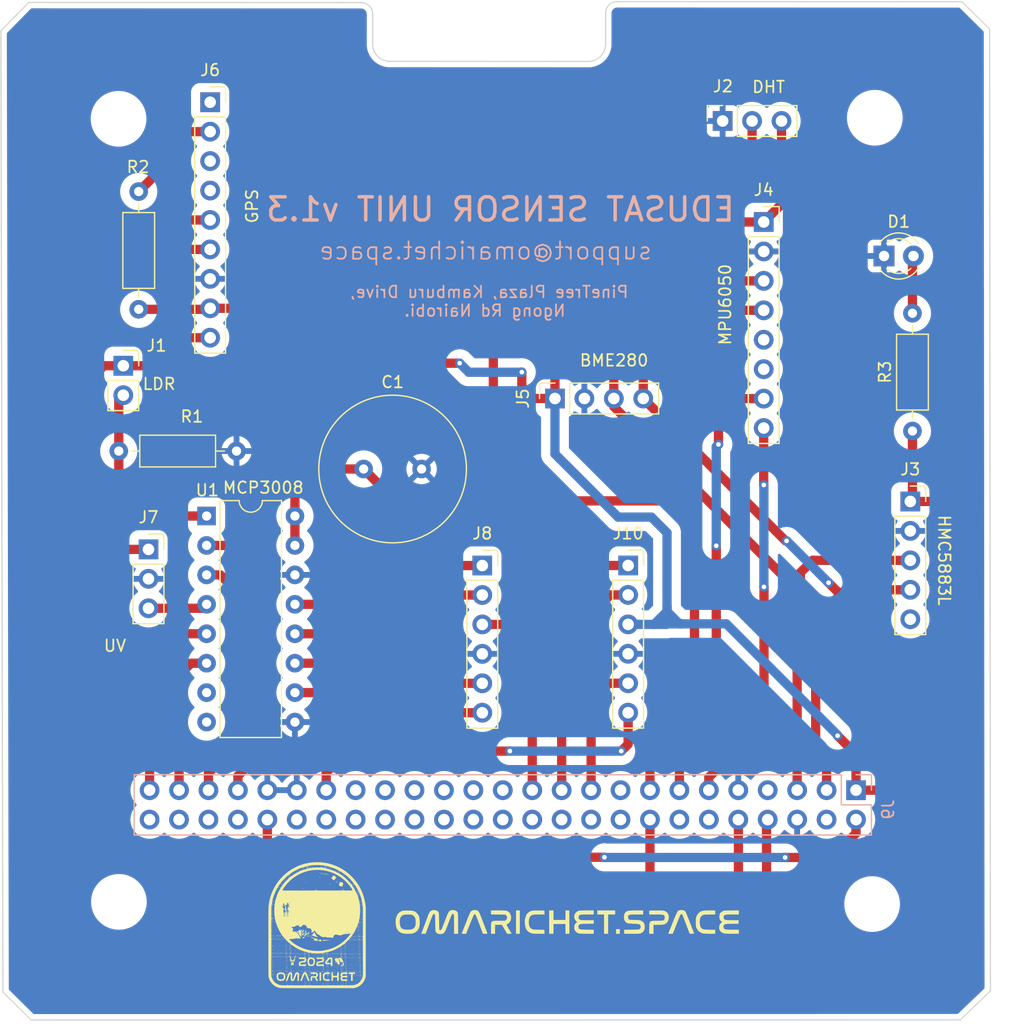
<source format=kicad_pcb>
(kicad_pcb (version 20211014) (generator pcbnew)
  (layers (0 "F.Cu" signal) (31 "B.Cu" power) (34 "B.Paste" user) (35 "F.Paste" user) (36 "B.SilkS" user "B.Silkscreen") (37 "F.SilkS" user "F.Silkscreen") (38 "B.Mask" user) (39 "F.Mask" user) (44 "Edge.Cuts" user))
  (net 0 "")
  (net 1 "+5V")
  (net 2 "GND")
  (net 3 "CH0")
  (net 4 "DHTOUT")
  (net 5 "+3.3V")
  (net 6 "SCL")
  (net 7 "SDA")
  (net 11 "ADO")
  (net 12 "INT")
  (net 16 "TX")
  (net 17 "RX")
  (net 18 "PPS")
  (net 19 "CH3")
  (net 20 "CLK")
  (net 21 "MISO")
  (net 22 "MOSI")
  (net 23 "CS")
  (net 30 "RXO1_MOSI")
  (net 32 "RXO_MISO")
  (net 34 "TXI_CLK")
  (net 48 "TXI1_CS")
  (net 51 "CH1")
  (net 53 "CH2")
  (net 59 "/EN")
  (net 60 "Net-(D1-Pad2)")
  (net 61 "CH4")
  (net 62 "CH5")
  (footprint "LED_THT:LED_D3.0mm" (layer "F.Cu") (at 162.005 83.5)
    (fp_text reference "D1" (at 1.27 -2.96) (layer "F.SilkS"))
    (fp_text value "LED")
    (pad "1" thru_hole rect (at 0 0) (size 1.8 1.8) (drill 0.9) (layers *.Cu *.Mask) (net 2 "GND"))
    (pad "2" thru_hole circle (at 2.54 0) (size 1.8 1.8) (drill 0.9) (layers *.Cu *.Mask) (net 60 "Net-(D1-Pad2)"))
  )
  (footprint "Resistor_THT:R_Axial_DIN0207_L6.3mm_D2.5mm_P10.16mm_Horizontal" (layer "F.Cu") (at 97.69 77.94 -90)
    (fp_text reference "R2" (at -2.12 0.06 180) (layer "F.SilkS"))
    (fp_text value "10K")
    (pad "1" thru_hole circle (at 0 0 270) (size 1.6 1.6) (drill 0.8) (layers *.Cu *.Mask) (net 59 "/EN"))
    (pad "2" thru_hole oval (at 10.16 0 270) (size 1.6 1.6) (drill 0.8) (layers *.Cu *.Mask) (net 5 "+3.3V"))
  )
  (footprint "MountingHole:MountingHole_3.2mm_M3" (layer "F.Cu") (at 95.95 71.66)
    (fp_text reference "H2" hide)
    (fp_text value "MountingHole")
    (pad "" np_thru_hole circle (at 0 0) (size 3.2 3.2) (drill 3.2) (layers *.Cu *.Mask))
  )
  (footprint "LOGO" (layer "F.Cu") (at 112.683752 141.510347)
    (fp_text reference "G***" hide)
    (fp_text value "LOGO" hide)
  )
  (footprint "Package_DIP:DIP-16_W7.62mm" (layer "F.Cu") (at 103.55 105.935)
    (fp_text reference "U1" (at 0.06 -2.225) (layer "F.SilkS"))
    (fp_text value "MCP3008")
    (pad "1" thru_hole rect (at 0 0) (size 1.6 1.6) (drill 0.8) (layers *.Cu *.Mask) (net 3 "CH0"))
    (pad "2" thru_hole oval (at 0 2.54) (size 1.6 1.6) (drill 0.8) (layers *.Cu *.Mask) (net 51 "CH1"))
    (pad "3" thru_hole oval (at 0 5.08) (size 1.6 1.6) (drill 0.8) (layers *.Cu *.Mask) (net 53 "CH2"))
    (pad "4" thru_hole oval (at 0 7.62) (size 1.6 1.6) (drill 0.8) (layers *.Cu *.Mask) (net 19 "CH3"))
    (pad "5" thru_hole oval (at 0 10.16) (size 1.6 1.6) (drill 0.8) (layers *.Cu *.Mask) (net 61 "CH4"))
    (pad "6" thru_hole oval (at 0 12.7) (size 1.6 1.6) (drill 0.8) (layers *.Cu *.Mask) (net 62 "CH5"))
    (pad "7" thru_hole oval (at 0 15.24) (size 1.6 1.6) (drill 0.8) (layers *.Cu *.Mask))
    (pad "8" thru_hole oval (at 0 17.78) (size 1.6 1.6) (drill 0.8) (layers *.Cu *.Mask))
    (pad "9" thru_hole oval (at 7.62 17.78) (size 1.6 1.6) (drill 0.8) (layers *.Cu *.Mask) (net 2 "GND"))
    (pad "10" thru_hole oval (at 7.62 15.24) (size 1.6 1.6) (drill 0.8) (layers *.Cu *.Mask) (net 23 "CS"))
    (pad "11" thru_hole oval (at 7.62 12.7) (size 1.6 1.6) (drill 0.8) (layers *.Cu *.Mask) (net 22 "MOSI"))
    (pad "12" thru_hole oval (at 7.62 10.16) (size 1.6 1.6) (drill 0.8) (layers *.Cu *.Mask) (net 21 "MISO"))
    (pad "13" thru_hole oval (at 7.62 7.62) (size 1.6 1.6) (drill 0.8) (layers *.Cu *.Mask) (net 20 "CLK"))
    (pad "14" thru_hole oval (at 7.62 5.08) (size 1.6 1.6) (drill 0.8) (layers *.Cu *.Mask) (net 2 "GND"))
    (pad "15" thru_hole oval (at 7.62 2.54) (size 1.6 1.6) (drill 0.8) (layers *.Cu *.Mask) (net 1 "+5V"))
    (pad "16" thru_hole oval (at 7.62 0) (size 1.6 1.6) (drill 0.8) (layers *.Cu *.Mask) (net 1 "+5V"))
  )
  (footprint "Connector_PinSocket_2.54mm:PinSocket_1x03_P2.54mm_Vertical" (layer "F.Cu") (at 98.535 108.815)
    (fp_text reference "J7" (at 0 -2.77) (layer "F.SilkS"))
    (fp_text value "Conn_01x03_GUVA-S12SD")
    (pad "1" thru_hole rect (at 0 0) (size 1.7 1.7) (drill 1) (layers *.Cu *.Mask) (net 1 "+5V"))
    (pad "2" thru_hole oval (at 0 2.54) (size 1.7 1.7) (drill 1) (layers *.Cu *.Mask) (net 2 "GND"))
    (pad "3" thru_hole oval (at 0 5.08) (size 1.7 1.7) (drill 1) (layers *.Cu *.Mask) (net 19 "CH3"))
  )
  (footprint "MountingHole:MountingHole_3.2mm_M3" (layer "F.Cu") (at 161.21 71.57)
    (fp_text reference "H1" hide)
    (fp_text value "MountingHole")
    (pad "" np_thru_hole circle (at 0 0) (size 3.2 3.2) (drill 3.2) (layers *.Cu *.Mask))
  )
  (footprint "Capacitor_THT:C_Radial_D12.5mm_H25.0mm_P5.00mm" (layer "F.Cu") (at 117.1 101.88)
    (fp_text reference "C1" (at 2.5 -7.5) (layer "F.SilkS"))
    (fp_text value "100n")
    (pad "1" thru_hole circle (at 0 0) (size 1.6 1.6) (drill 0.8) (layers *.Cu *.Mask) (net 1 "+5V"))
    (pad "2" thru_hole circle (at 5 0) (size 1.6 1.6) (drill 0.8) (layers *.Cu *.Mask) (net 2 "GND"))
  )
  (footprint "Connector_PinSocket_2.54mm:PinSocket_1x02_P2.54mm_Vertical" (layer "F.Cu") (at 96.36 92.97)
    (fp_text reference "J1" (at 2.87 -1.74) (layer "F.SilkS"))
    (fp_text value "Conn_01x02_Light")
    (pad "1" thru_hole rect (at 0 0) (size 1.7 1.7) (drill 1) (layers *.Cu *.Mask) (net 1 "+5V"))
    (pad "2" thru_hole oval (at 0 2.54) (size 1.7 1.7) (drill 1) (layers *.Cu *.Mask) (net 3 "CH0"))
  )
  (footprint "Connector_PinSocket_2.54mm:PinSocket_1x04_P2.54mm_Vertical" (layer "F.Cu") (at 133.61 95.795 90)
    (fp_text reference "J5" (at 0 -2.77 90) (layer "F.SilkS"))
    (fp_text value "Conn_01x04_BME280")
    (pad "1" thru_hole rect (at 0 0 90) (size 1.7 1.7) (drill 1) (layers *.Cu *.Mask) (net 5 "+3.3V"))
    (pad "2" thru_hole oval (at 0 2.54 90) (size 1.7 1.7) (drill 1) (layers *.Cu *.Mask) (net 2 "GND"))
    (pad "3" thru_hole oval (at 0 5.08 90) (size 1.7 1.7) (drill 1) (layers *.Cu *.Mask) (net 6 "SCL"))
    (pad "4" thru_hole oval (at 0 7.62 90) (size 1.7 1.7) (drill 1) (layers *.Cu *.Mask) (net 7 "SDA"))
  )
  (footprint "MountingHole:MountingHole_3.2mm_M3" (layer "F.Cu") (at 160.98 139.42)
    (fp_text reference "H4" hide)
    (fp_text value "MountingHole")
    (pad "" np_thru_hole circle (at 0 0) (size 3.2 3.2) (drill 3.2) (layers *.Cu *.Mask))
  )
  (footprint "LOGO" (layer "F.Cu") (at 134.681727 141.115978)
    (fp_text reference "G***" hide)
    (fp_text value "LOGO" hide)
  )
  (footprint "Connector_PinSocket_2.54mm:PinSocket_1x08_P2.54mm_Vertical" (layer "F.Cu") (at 151.625 80.565)
    (fp_text reference "J4" (at 0 -2.77) (layer "F.SilkS"))
    (fp_text value "Conn_01x08_mpu6050")
    (pad "1" thru_hole rect (at 0 0) (size 1.7 1.7) (drill 1) (layers *.Cu *.Mask) (net 5 "+3.3V"))
    (pad "2" thru_hole oval (at 0 2.54) (size 1.7 1.7) (drill 1) (layers *.Cu *.Mask) (net 2 "GND"))
    (pad "3" thru_hole oval (at 0 5.08) (size 1.7 1.7) (drill 1) (layers *.Cu *.Mask) (net 6 "SCL"))
    (pad "4" thru_hole oval (at 0 7.62) (size 1.7 1.7) (drill 1) (layers *.Cu *.Mask) (net 7 "SDA"))
    (pad "5" thru_hole oval (at 0 10.16) (size 1.7 1.7) (drill 1) (layers *.Cu *.Mask))
    (pad "6" thru_hole oval (at 0 12.7) (size 1.7 1.7) (drill 1) (layers *.Cu *.Mask))
    (pad "7" thru_hole oval (at 0 15.24) (size 1.7 1.7) (drill 1) (layers *.Cu *.Mask) (net 11 "ADO"))
    (pad "8" thru_hole oval (at 0 17.78) (size 1.7 1.7) (drill 1) (layers *.Cu *.Mask) (net 12 "INT"))
  )
  (footprint "Connector_PinSocket_2.54mm:PinSocket_1x03_P2.54mm_Vertical" (layer "F.Cu") (at 148.08 71.85 90)
    (fp_text reference "J2" (at 2.995 0.025 180) (layer "F.SilkS"))
    (fp_text value "Conn_01x03_DHT")
    (pad "1" thru_hole rect (at 0 0 90) (size 1.7 1.7) (drill 1) (layers *.Cu *.Mask) (net 2 "GND"))
    (pad "2" thru_hole oval (at 0 2.54 90) (size 1.7 1.7) (drill 1) (layers *.Cu *.Mask) (net 4 "DHTOUT"))
    (pad "3" thru_hole oval (at 0 5.08 90) (size 1.7 1.7) (drill 1) (layers *.Cu *.Mask) (net 5 "+3.3V"))
  )
  (footprint "Connector_PinSocket_2.54mm:PinSocket_1x06_P2.54mm_Vertical" (layer "F.Cu") (at 139.925 110.205)
    (fp_text reference "J10" (at 0 -2.77) (layer "F.SilkS"))
    (fp_text value "Conn_01x06_LLCB")
    (pad "1" thru_hole rect (at 0 0) (size 1.7 1.7) (drill 1) (layers *.Cu *.Mask) (net 34 "TXI_CLK"))
    (pad "2" thru_hole oval (at 0 2.54) (size 1.7 1.7) (drill 1) (layers *.Cu *.Mask) (net 32 "RXO_MISO"))
    (pad "3" thru_hole oval (at 0 5.08) (size 1.7 1.7) (drill 1) (layers *.Cu *.Mask) (net 5 "+3.3V"))
    (pad "4" thru_hole oval (at 0 7.62) (size 1.7 1.7) (drill 1) (layers *.Cu *.Mask) (net 2 "GND"))
    (pad "5" thru_hole oval (at 0 10.16) (size 1.7 1.7) (drill 1) (layers *.Cu *.Mask) (net 30 "RXO1_MOSI"))
    (pad "6" thru_hole oval (at 0 12.7) (size 1.7 1.7) (drill 1) (layers *.Cu *.Mask) (net 48 "TXI1_CS"))
  )
  (footprint "Connector_PinSocket_2.54mm:PinSocket_1x05_P2.54mm_Vertical" (layer "F.Cu") (at 164.275 104.68)
    (fp_text reference "J3" (at 0 -2.77) (layer "F.SilkS"))
    (fp_text value "Conn_01x05_HMC5883L")
    (pad "1" thru_hole rect (at 0 0) (size 1.7 1.7) (drill 1) (layers *.Cu *.Mask) (net 5 "+3.3V"))
    (pad "2" thru_hole oval (at 0 2.54) (size 1.7 1.7) (drill 1) (layers *.Cu *.Mask) (net 2 "GND"))
    (pad "3" thru_hole oval (at 0 5.08) (size 1.7 1.7) (drill 1) (layers *.Cu *.Mask) (net 6 "SCL"))
    (pad "4" thru_hole oval (at 0 7.62) (size 1.7 1.7) (drill 1) (layers *.Cu *.Mask) (net 7 "SDA"))
    (pad "5" thru_hole oval (at 0 10.16) (size 1.7 1.7) (drill 1) (layers *.Cu *.Mask))
  )
  (footprint "Connector_PinSocket_2.54mm:PinSocket_1x06_P2.54mm_Vertical" (layer "F.Cu") (at 127.34 110.21)
    (fp_text reference "J8" (at 0 -2.77) (layer "F.SilkS"))
    (fp_text value "Conn_01x06_LLCA")
    (pad "1" thru_hole rect (at 0 0) (size 1.7 1.7) (drill 1) (layers *.Cu *.Mask) (net 20 "CLK"))
    (pad "2" thru_hole oval (at 0 2.54) (size 1.7 1.7) (drill 1) (layers *.Cu *.Mask) (net 21 "MISO"))
    (pad "3" thru_hole oval (at 0 5.08) (size 1.7 1.7) (drill 1) (layers *.Cu *.Mask) (net 1 "+5V"))
    (pad "4" thru_hole oval (at 0 7.62) (size 1.7 1.7) (drill 1) (layers *.Cu *.Mask) (net 2 "GND"))
    (pad "5" thru_hole oval (at 0 10.16) (size 1.7 1.7) (drill 1) (layers *.Cu *.Mask) (net 22 "MOSI"))
    (pad "6" thru_hole oval (at 0 12.7) (size 1.7 1.7) (drill 1) (layers *.Cu *.Mask) (net 23 "CS"))
  )
  (footprint "Resistor_THT:R_Axial_DIN0207_L6.3mm_D2.5mm_P10.16mm_Horizontal" (layer "F.Cu") (at 95.97 100.33)
    (fp_text reference "R1" (at 6.31 -2.98) (layer "F.SilkS"))
    (fp_text value "10k")
    (pad "1" thru_hole circle (at 0 0) (size 1.6 1.6) (drill 0.8) (layers *.Cu *.Mask) (net 3 "CH0"))
    (pad "2" thru_hole oval (at 10.16 0) (size 1.6 1.6) (drill 0.8) (layers *.Cu *.Mask) (net 2 "GND"))
  )
  (footprint "MountingHole:MountingHole_3.2mm_M3" (layer "F.Cu") (at 95.98 139.23)
    (fp_text reference "H3" hide)
    (fp_text value "MountingHole")
    (pad "" np_thru_hole circle (at 0 0) (size 3.2 3.2) (drill 3.2) (layers *.Cu *.Mask))
  )
  (footprint "Resistor_THT:R_Axial_DIN0207_L6.3mm_D2.5mm_P10.16mm_Horizontal" (layer "F.Cu") (at 164.46 98.6 90)
    (fp_text reference "R3" (at 5.08 -2.37 90) (layer "F.SilkS"))
    (fp_text value "R")
    (pad "1" thru_hole circle (at 0 0 90) (size 1.6 1.6) (drill 0.8) (layers *.Cu *.Mask) (net 5 "+3.3V"))
    (pad "2" thru_hole oval (at 10.16 0 90) (size 1.6 1.6) (drill 0.8) (layers *.Cu *.Mask) (net 60 "Net-(D1-Pad2)"))
  )
  (footprint "Connector_PinSocket_2.54mm:PinSocket_1x09_P2.54mm_Vertical" (layer "F.Cu") (at 103.855 70.23)
    (fp_text reference "J6" (at 0 -2.77) (layer "F.SilkS"))
    (fp_text value "Conn_01x09_GPS")
    (pad "1" thru_hole rect (at 0 0) (size 1.7 1.7) (drill 1) (layers *.Cu *.Mask))
    (pad "2" thru_hole oval (at 0 2.54) (size 1.7 1.7) (drill 1) (layers *.Cu *.Mask) (net 59 "/EN"))
    (pad "3" thru_hole oval (at 0 5.08) (size 1.7 1.7) (drill 1) (layers *.Cu *.Mask))
    (pad "4" thru_hole oval (at 0 7.62) (size 1.7 1.7) (drill 1) (layers *.Cu *.Mask))
    (pad "5" thru_hole oval (at 0 10.16) (size 1.7 1.7) (drill 1) (layers *.Cu *.Mask) (net 16 "TX"))
    (pad "6" thru_hole oval (at 0 12.7) (size 1.7 1.7) (drill 1) (layers *.Cu *.Mask) (net 17 "RX"))
    (pad "7" thru_hole oval (at 0 15.24) (size 1.7 1.7) (drill 1) (layers *.Cu *.Mask) (net 2 "GND"))
    (pad "8" thru_hole oval (at 0 17.78) (size 1.7 1.7) (drill 1) (layers *.Cu *.Mask) (net 5 "+3.3V"))
    (pad "9" thru_hole oval (at 0 20.32) (size 1.7 1.7) (drill 1) (layers *.Cu *.Mask) (net 18 "PPS"))
  )
  (footprint "Connector_PinSocket_2.54mm:PinSocket_2x25_P2.54mm_Vertical" (layer "B.Cu") (at 159.59 129.59 90)
    (fp_text reference "J9" (at -1.67 2.77 90) (layer "B.SilkS") (effects (justify mirror)))
    (fp_text value "Conn_02x25_Odd_Even")
    (pad "1" thru_hole rect (at 0 0 90) (size 1.7 1.7) (drill 1) (layers *.Cu *.Mask) (net 5 "+3.3V"))
    (pad "2" thru_hole oval (at -2.54 0 90) (size 1.7 1.7) (drill 1) (layers *.Cu *.Mask) (net 1 "+5V"))
    (pad "3" thru_hole oval (at 0 -2.54 90) (size 1.7 1.7) (drill 1) (layers *.Cu *.Mask) (net 7 "SDA"))
    (pad "4" thru_hole oval (at -2.54 -2.54 90) (size 1.7 1.7) (drill 1) (layers *.Cu *.Mask))
    (pad "5" thru_hole oval (at 0 -5.08 90) (size 1.7 1.7) (drill 1) (layers *.Cu *.Mask) (net 6 "SCL"))
    (pad "6" thru_hole oval (at -2.54 -5.08 90) (size 1.7 1.7) (drill 1) (layers *.Cu *.Mask) (net 2 "GND"))
    (pad "7" thru_hole oval (at 0 -7.62 90) (size 1.7 1.7) (drill 1) (layers *.Cu *.Mask))
    (pad "8" thru_hole oval (at -2.54 -7.62 90) (size 1.7 1.7) (drill 1) (layers *.Cu *.Mask) (net 16 "TX"))
    (pad "9" thru_hole oval (at 0 -10.16 90) (size 1.7 1.7) (drill 1) (layers *.Cu *.Mask) (net 2 "GND"))
    (pad "10" thru_hole oval (at -2.54 -10.16 90) (size 1.7 1.7) (drill 1) (layers *.Cu *.Mask) (net 17 "RX"))
    (pad "11" thru_hole oval (at 0 -12.7 90) (size 1.7 1.7) (drill 1) (layers *.Cu *.Mask) (net 12 "INT"))
    (pad "12" thru_hole oval (at -2.54 -12.7 90) (size 1.7 1.7) (drill 1) (layers *.Cu *.Mask))
    (pad "13" thru_hole oval (at 0 -15.24 90) (size 1.7 1.7) (drill 1) (layers *.Cu *.Mask) (net 11 "ADO"))
    (pad "14" thru_hole oval (at -2.54 -15.24 90) (size 1.7 1.7) (drill 1) (layers *.Cu *.Mask))
    (pad "15" thru_hole oval (at 0 -17.78 90) (size 1.7 1.7) (drill 1) (layers *.Cu *.Mask) (net 4 "DHTOUT"))
    (pad "16" thru_hole oval (at -2.54 -17.78 90) (size 1.7 1.7) (drill 1) (layers *.Cu *.Mask) (net 18 "PPS"))
    (pad "17" thru_hole oval (at 0 -20.32 90) (size 1.7 1.7) (drill 1) (layers *.Cu *.Mask))
    (pad "18" thru_hole oval (at -2.54 -20.32 90) (size 1.7 1.7) (drill 1) (layers *.Cu *.Mask))
    (pad "19" thru_hole oval (at 0 -22.86 90) (size 1.7 1.7) (drill 1) (layers *.Cu *.Mask) (net 30 "RXO1_MOSI"))
    (pad "20" thru_hole oval (at -2.54 -22.86 90) (size 1.7 1.7) (drill 1) (layers *.Cu *.Mask))
    (pad "21" thru_hole oval (at 0 -25.4 90) (size 1.7 1.7) (drill 1) (layers *.Cu *.Mask) (net 32 "RXO_MISO"))
    (pad "22" thru_hole oval (at -2.54 -25.4 90) (size 1.7 1.7) (drill 1) (layers *.Cu *.Mask))
    (pad "23" thru_hole oval (at 0 -27.94 90) (size 1.7 1.7) (drill 1) (layers *.Cu *.Mask) (net 34 "TXI_CLK"))
    (pad "24" thru_hole oval (at -2.54 -27.94 90) (size 1.7 1.7) (drill 1) (layers *.Cu *.Mask))
    (pad "25" thru_hole oval (at 0 -30.48 90) (size 1.7 1.7) (drill 1) (layers *.Cu *.Mask))
    (pad "26" thru_hole oval (at -2.54 -30.48 90) (size 1.7 1.7) (drill 1) (layers *.Cu *.Mask))
    (pad "27" thru_hole oval (at 0 -33.02 90) (size 1.7 1.7) (drill 1) (layers *.Cu *.Mask))
    (pad "28" thru_hole oval (at -2.54 -33.02 90) (size 1.7 1.7) (drill 1) (layers *.Cu *.Mask))
    (pad "29" thru_hole oval (at 0 -35.56 90) (size 1.7 1.7) (drill 1) (layers *.Cu *.Mask))
    (pad "30" thru_hole oval (at -2.54 -35.56 90) (size 1.7 1.7) (drill 1) (layers *.Cu *.Mask))
    (pad "31" thru_hole oval (at 0 -38.1 90) (size 1.7 1.7) (drill 1) (layers *.Cu *.Mask))
    (pad "32" thru_hole oval (at -2.54 -38.1 90) (size 1.7 1.7) (drill 1) (layers *.Cu *.Mask))
    (pad "33" thru_hole oval (at 0 -40.64 90) (size 1.7 1.7) (drill 1) (layers *.Cu *.Mask))
    (pad "34" thru_hole oval (at -2.54 -40.64 90) (size 1.7 1.7) (drill 1) (layers *.Cu *.Mask))
    (pad "35" thru_hole oval (at 0 -43.18 90) (size 1.7 1.7) (drill 1) (layers *.Cu *.Mask))
    (pad "36" thru_hole oval (at -2.54 -43.18 90) (size 1.7 1.7) (drill 1) (layers *.Cu *.Mask))
    (pad "37" thru_hole oval (at 0 -45.72 90) (size 1.7 1.7) (drill 1) (layers *.Cu *.Mask) (net 48 "TXI1_CS"))
    (pad "38" thru_hole oval (at -2.54 -45.72 90) (size 1.7 1.7) (drill 1) (layers *.Cu *.Mask))
    (pad "39" thru_hole oval (at 0 -48.26 90) (size 1.7 1.7) (drill 1) (layers *.Cu *.Mask) (net 2 "GND"))
    (pad "40" thru_hole oval (at -2.54 -48.26 90) (size 1.7 1.7) (drill 1) (layers *.Cu *.Mask))
    (pad "41" thru_hole oval (at 0 -50.8 90) (size 1.7 1.7) (drill 1) (layers *.Cu *.Mask) (net 2 "GND"))
    (pad "42" thru_hole oval (at -2.54 -50.8 90) (size 1.7 1.7) (drill 1) (layers *.Cu *.Mask) (net 1 "+5V"))
    (pad "43" thru_hole oval (at 0 -53.34 90) (size 1.7 1.7) (drill 1) (layers *.Cu *.Mask) (net 51 "CH1"))
    (pad "44" thru_hole oval (at -2.54 -53.34 90) (size 1.7 1.7) (drill 1) (layers *.Cu *.Mask))
    (pad "45" thru_hole oval (at 0 -55.88 90) (size 1.7 1.7) (drill 1) (layers *.Cu *.Mask) (net 53 "CH2"))
    (pad "46" thru_hole oval (at -2.54 -55.88 90) (size 1.7 1.7) (drill 1) (layers *.Cu *.Mask))
    (pad "47" thru_hole oval (at 0 -58.42 90) (size 1.7 1.7) (drill 1) (layers *.Cu *.Mask) (net 62 "CH5"))
    (pad "48" thru_hole oval (at -2.54 -58.42 90) (size 1.7 1.7) (drill 1) (layers *.Cu *.Mask))
    (pad "49" thru_hole oval (at 0 -60.96 90) (size 1.7 1.7) (drill 1) (layers *.Cu *.Mask) (net 61 "CH4"))
    (pad "50" thru_hole oval (at -2.54 -60.96 90) (size 1.7 1.7) (drill 1) (layers *.Cu *.Mask))
  )
  (gr_arc (start 116.88 61.63) (mid 117.587107 61.922893) (end 117.88 62.63) (layer "Edge.Cuts") (width 0.1))
  (gr_arc (start 137.98 62.55) (mid 138.272893 61.842893) (end 138.98 61.55) (layer "Edge.Cuts") (width 0.1))
  (gr_arc (start 119.25 66.7) (mid 118.252167 66.207526) (end 117.877136 65.159884) (layer "Edge.Cuts") (width 0.1))
  (gr_line (start 171.19 146.91) (end 168.58 149.41) (layer "Edge.Cuts") (width 0.1))
  (gr_line (start 85.97 147.01) (end 85.8 64.06) (layer "Edge.Cuts") (width 0.1))
  (gr_line (start 168.73 61.56) (end 171.12 63.92) (layer "Edge.Cuts") (width 0.1))
  (gr_line (start 138.98 61.55) (end 168.73 61.56) (layer "Edge.Cuts") (width 0.1))
  (gr_arc (start 137.979995 65.22) (mid 137.526444 66.28473) (end 136.45 66.709733) (layer "Edge.Cuts") (width 0.1))
  (gr_line (start 116.88 61.63) (end 88.2 61.62) (layer "Edge.Cuts") (width 0.1))
  (gr_line (start 136.45 66.709733) (end 119.25 66.7) (layer "Edge.Cuts") (width 0.1))
  (gr_line (start 85.8 64.06) (end 88.2 61.62) (layer "Edge.Cuts") (width 0.1))
  (gr_line (start 168.58 149.41) (end 88.41 149.42) (layer "Edge.Cuts") (width 0.1))
  (gr_line (start 117.88 62.63) (end 117.877136 65.159884) (layer "Edge.Cuts") (width 0.1))
  (gr_line (start 88.41 149.42) (end 85.97 147.01) (layer "Edge.Cuts") (width 0.1))
  (gr_line (start 137.979995 65.22) (end 137.98 62.55) (layer "Edge.Cuts") (width 0.1))
  (gr_line (start 171.12 63.92) (end 171.19 146.91) (layer "Edge.Cuts") (width 0.1))
  (gr_text "EDUSAT SENSOR UNIT v1.3" (at 128.9 79.48) (layer "B.SilkS") (effects (font (size 2 2) (thickness 0.3)) (justify mirror)))
  (gr_text "PineTree Plaza, Kamburu Drive, \nNgong Rd Nairobi." (at 127.56 87.41) (layer "B.SilkS") (effects (font (size 1 1)) (justify mirror)))
  (gr_text "support@omarichet.space" (at 127.62 83.05) (layer "B.SilkS") (effects (font (size 1.5 1.5)) (justify mirror)))
  (gr_text "MCP3008" (at 108.44 103.49) (layer "F.SilkS") (effects (font (size 1 1))))
  (gr_text "MPU6050" (at 148.3 87.69 90) (layer "F.SilkS") (effects (font (size 1 1))))
  (gr_text "LDR" (at 99.45 94.54) (layer "F.SilkS") (effects (font (size 1 1))))
  (gr_text "HMC5883L" (at 167.2 109.75 270) (layer "F.SilkS") (effects (font (size 1 1))))
  (gr_text "UV" (at 95.64 117.13) (layer "F.SilkS") (effects (font (size 1 1))))
  (gr_text "GPS" (at 107.475 79.2 90) (layer "F.SilkS") (effects (font (size 1 1))))
  (gr_text "DHT" (at 152.045 68.915) (layer "F.SilkS") (effects (font (size 1 1))))
  (gr_text "BME280" (at 138.71 92.51) (layer "F.SilkS") (effects (font (size 1 1))))
  (segment (start 111.17 105.935) (end 111.17 98.26) (width 0.8) (layer "F.Cu") (net 1))
  (segment (start 107.53 135.4) (end 97.72 135.4) (width 0.8) (layer "F.Cu") (net 1))
  (segment (start 128.57 106.12) (end 130.8 108.35) (width 0.8) (layer "F.Cu") (net 1))
  (segment (start 111.17 98.26) (end 110.79 97.88) (width 0.8) (layer "F.Cu") (net 1))
  (segment (start 93.15 110.69) (end 93.15 109.98) (width 0.8) (layer "F.Cu") (net 1))
  (segment (start 159.59 132.13) (end 159.59 133.31) (width 0.8) (layer "F.Cu") (net 1))
  (segment (start 93.15 110.69) (end 93.15 110.57) (width 0.8) (layer "F.Cu") (net 1))
  (segment (start 93.15 110.57) (end 94.905 108.815) (width 0.8) (layer "F.Cu") (net 1))
  (segment (start 137.88 135.38) (end 107.55 135.38) (width 0.8) (layer "F.Cu") (net 1))
  (segment (start 108.79 132.13) (end 108.79 134.14) (width 0.8) (layer "F.Cu") (net 1))
  (segment (start 94.21 93.49) (end 94.21 93.45) (width 0.8) (layer "F.Cu") (net 1))
  (segment (start 129.56 115.29) (end 127.34 115.29) (width 0.8) (layer "F.Cu") (net 1))
  (segment (start 100.45 92.97) (end 103.7 96.22) (width 0.8) (layer "F.Cu") (net 1))
  (segment (start 93.15 109.98) (end 93.15 94.55) (width 0.8) (layer "F.Cu") (net 1))
  (segment (start 111.17 105.935) (end 111.17 108.475) (width 0.8) (layer "F.Cu") (net 1))
  (segment (start 130.8 114.05) (end 129.56 115.29) (width 0.8) (layer "F.Cu") (net 1))
  (segment (start 97.72 135.4) (end 93.15 130.83) (width 0.8) (layer "F.Cu") (net 1))
  (segment (start 117.1 101.88) (end 121.34 106.12) (width 0.8) (layer "F.Cu") (net 1))
  (segment (start 94.21 93.45) (end 94.69 92.97) (width 0.8) (layer "F.Cu") (net 1))
  (segment (start 103.7 96.22) (end 109.13 96.22) (width 0.8) (layer "F.Cu") (net 1))
  (segment (start 114.79 101.88) (end 117.1 101.88) (width 0.8) (layer "F.Cu") (net 1))
  (segment (start 108.79 134.14) (end 107.53 135.4) (width 0.8) (layer "F.Cu") (net 1))
  (segment (start 94.905 108.815) (end 98.535 108.815) (width 0.8) (layer "F.Cu") (net 1))
  (segment (start 96.36 92.97) (end 100.45 92.97) (width 0.8) (layer "F.Cu") (net 1))
  (segment (start 93.15 130.83) (end 93.15 111.09) (width 0.8) (layer "F.Cu") (net 1))
  (segment (start 109.13 96.22) (end 110.79 97.88) (width 0.8) (layer "F.Cu") (net 1))
  (segment (start 93.15 111.09) (end 93.15 110.69) (width 0.8) (layer "F.Cu") (net 1))
  (segment (start 157.5 135.4) (end 153.47 135.4) (width 0.8) (layer "F.Cu") (net 1))
  (segment (start 130.8 108.35) (end 130.8 114.05) (width 0.8) (layer "F.Cu") (net 1))
  (segment (start 159.59 133.31) (end 157.5 135.4) (width 0.8) (layer "F.Cu") (net 1))
  (segment (start 94.69 92.97) (end 96.36 92.97) (width 0.8) (layer "F.Cu") (net 1))
  (segment (start 93.15 94.55) (end 94.21 93.49) (width 0.8) (layer "F.Cu") (net 1))
  (segment (start 110.79 97.88) (end 114.79 101.88) (width 0.8) (layer "F.Cu") (net 1))
  (segment (start 121.34 106.12) (end 128.57 106.12) (width 0.8) (layer "F.Cu") (net 1))
  (via (at 153.47 135.4) (size 0.8) (drill 0.4) (layers "F.Cu" "B.Cu") (net 1))
  (via (at 137.88 135.38) (size 0.8) (drill 0.4) (layers "F.Cu" "B.Cu") (net 1))
  (segment (start 153.47 135.4) (end 137.9 135.4) (width 0.8) (layer "B.Cu") (net 1))
  (segment (start 137.9 135.4) (end 137.88 135.38) (width 0.8) (layer "B.Cu") (net 1))
  (segment (start 103.55 105.935) (end 98.705 105.935) (width 0.8) (layer "F.Cu") (net 3))
  (segment (start 98.705 105.935) (end 95.97 103.2) (width 0.8) (layer "F.Cu") (net 3))
  (segment (start 95.97 103.2) (end 95.97 100.33) (width 0.8) (layer "F.Cu") (net 3))
  (segment (start 95.97 95.9) (end 96.36 95.51) (width 0.8) (layer "F.Cu") (net 3))
  (segment (start 95.97 100.33) (end 95.97 95.9) (width 0.8) (layer "F.Cu") (net 3))
  (segment (start 148.16 77.61) (end 150.62 75.15) (width 0.8) (layer "F.Cu") (net 4))
  (segment (start 145.65 123.4) (end 145.65 107.09) (width 0.8) (layer "F.Cu") (net 4))
  (segment (start 128.29 89.44) (end 140.12 77.61) (width 0.8) (layer "F.Cu") (net 4))
  (segment (start 141.81 129.59) (end 141.81 127.03) (width 0.8) (layer "F.Cu") (net 4))
  (segment (start 140.12 77.61) (end 148.16 77.61) (width 0.8) (layer "F.Cu") (net 4))
  (segment (start 134.34 104.63) (end 128.29 98.58) (width 0.8) (layer "F.Cu") (net 4))
  (segment (start 144.75 124.3) (end 145.65 123.4) (width 0.8) (layer "F.Cu") (net 4))
  (segment (start 144.54 124.3) (end 144.75 124.3) (width 0.8) (layer "F.Cu") (net 4))
  (segment (start 150.62 75.15) (end 150.62 71.85) (width 0.8) (layer "F.Cu") (net 4))
  (segment (start 141.81 127.03) (end 144.54 124.3) (width 0.8) (layer "F.Cu") (net 4))
  (segment (start 145.65 107.09) (end 143.19 104.63) (width 0.8) (layer "F.Cu") (net 4))
  (segment (start 128.29 98.58) (end 128.29 89.44) (width 0.8) (layer "F.Cu") (net 4))
  (segment (start 143.19 104.63) (end 134.34 104.63) (width 0.8) (layer "F.Cu") (net 4))
  (segment (start 168.66 106.95) (end 168.66 128.57) (width 0.8) (layer "F.Cu") (net 5))
  (segment (start 159.59 126.48) (end 158 124.89) (width 0.8) (layer "F.Cu") (net 5))
  (segment (start 130.75 94.78) (end 131.765 95.795) (width 0.8) (layer "F.Cu") (net 5))
  (segment (start 164.46 104.495) (end 164.275 104.68) (width 0.8) (layer "F.Cu") (net 5))
  (segment (start 131.765 95.795) (end 133.61 95.795) (width 0.8) (layer "F.Cu") (net 5))
  (segment (start 159.59 129.59) (end 159.59 126.48) (width 0.8) (layer "F.Cu") (net 5))
  (segment (start 145.575 80.565) (end 133.61 92.53) (width 0.8) (layer "F.Cu") (net 5))
  (segment (start 103.765 88.1) (end 103.855 88.01) (width 0.8) (layer "F.Cu") (net 5))
  (segment (start 133.61 92.53) (end 133.61 95.795) (width 0.8) (layer "F.Cu") (net 5))
  (segment (start 168.66 128.57) (end 167.58 129.65) (width 0.8) (layer "F.Cu") (net 5))
  (segment (start 153.16 71.85) (end 153.16 79.03) (width 0.8) (layer "F.Cu") (net 5))
  (segment (start 165.21 129.59) (end 165.27 129.65) (width 0.8) (layer "F.Cu") (net 5))
  (segment (start 107.15 88.01) (end 103.855 88.01) (width 0.8) (layer "F.Cu") (net 5))
  (segment (start 164.46 98.6) (end 164.46 104.495) (width 0.8) (layer "F.Cu") (net 5))
  (segment (start 167.58 129.65) (end 165.27 129.65) (width 0.8) (layer "F.Cu") (net 5))
  (segment (start 97.69 88.1) (end 103.765 88.1) (width 0.8) (layer "F.Cu") (net 5))
  (segment (start 164.275 104.68) (end 166.39 104.68) (width 0.8) (layer "F.Cu") (net 5))
  (segment (start 166.39 104.68) (end 168.66 106.95) (width 0.8) (layer "F.Cu") (net 5))
  (segment (start 130.75 93.52) (end 130.75 94.78) (width 0.8) (layer "F.Cu") (net 5))
  (segment (start 111.89 92.75) (end 107.15 88.01) (width 0.8) (layer "F.Cu") (net 5))
  (segment (start 153.16 79.03) (end 151.625 80.565) (width 0.8) (layer "F.Cu") (net 5))
  (segment (start 151.625 80.565) (end 145.575 80.565) (width 0.8) (layer "F.Cu") (net 5))
  (segment (start 159.59 129.59) (end 165.21 129.59) (width 0.8) (layer "F.Cu") (net 5))
  (segment (start 125.39 92.75) (end 111.89 92.75) (width 0.8) (layer "F.Cu") (net 5))
  (via (at 158 124.89) (size 0.8) (drill 0.4) (layers "F.Cu" "B.Cu") (net 5))
  (via (at 130.75 93.52) (size 0.8) (drill 0.4) (layers "F.Cu" "B.Cu") (net 5))
  (via (at 125.39 92.75) (size 0.8) (drill 0.4) (layers "F.Cu" "B.Cu") (net 5))
  (segment (start 130.74 93.53) (end 126.17 93.53) (width 0.8) (layer "B.Cu") (net 5))
  (segment (start 139.06 106.03) (end 133.61 100.58) (width 0.8) (layer "B.Cu") (net 5))
  (segment (start 126.17 93.53) (end 125.39 92.75) (width 0.8) (layer "B.Cu") (net 5))
  (segment (start 143.28 115.2305) (end 143.28 113.72) (width 0.8) (layer "B.Cu") (net 5))
  (segment (start 143.2255 115.285) (end 143.2705 115.24) (width 0.8) (layer "B.Cu") (net 5))
  (segment (start 143.28 107.38) (end 141.93 106.03) (width 0.8) (layer "B.Cu") (net 5))
  (segment (start 158 124.84) (end 148.4 115.24) (width 0.8) (layer "B.Cu") (net 5))
  (segment (start 158 124.89) (end 158 124.84) (width 0.8) (layer "B.Cu") (net 5))
  (segment (start 143.28 114.17) (end 142.165 115.285) (width 0.8) (layer "B.Cu") (net 5))
  (segment (start 142.165 115.285) (end 143.2255 115.285) (width 0.8) (layer "B.Cu") (net 5))
  (segment (start 139.925 115.285) (end 142.165 115.285) (width 0.8) (layer "B.Cu") (net 5))
  (segment (start 143.28 113.72) (end 143.28 107.38) (width 0.8) (layer "B.Cu") (net 5))
  (segment (start 143.28 114.17) (end 144.35 115.24) (width 0.8) (layer "B.Cu") (net 5))
  (segment (start 148.4 115.24) (end 144.55 115.24) (width 0.8) (layer "B.Cu") (net 5))
  (segment (start 143.28 113.72) (end 143.28 114.17) (width 0.8) (layer "B.Cu") (net 5))
  (segment (start 141.93 106.03) (end 139.06 106.03) (width 0.8) (layer "B.Cu") (net 5))
  (segment (start 144.35 115.24) (end 144.55 115.24) (width 0.8) (layer "B.Cu") (net 5))
  (segment (start 143.2705 115.24) (end 143.28 115.2305) (width 0.8) (layer "B.Cu") (net 5))
  (segment (start 130.75 93.52) (end 130.74 93.53) (width 0.8) (layer "B.Cu") (net 5))
  (segment (start 133.61 100.58) (end 133.61 95.795) (width 0.8) (layer "B.Cu") (net 5))
  (segment (start 144.55 115.24) (end 143.2705 115.24) (width 0.8) (layer "B.Cu") (net 5))
  (segment (start 154.79 110.82) (end 155.87 109.74) (width 0.8) (layer "F.Cu") (net 6))
  (segment (start 154.51 113.07) (end 154.51 129.59) (width 0.8) (layer "F.Cu") (net 6))
  (segment (start 154.79 112.79) (end 154.51 113.07) (width 0.8) (layer "F.Cu") (net 6))
  (segment (start 145.615 85.645) (end 138.69 92.57) (width 0.8) (layer "F.Cu") (net 6))
  (segment (start 138.69 92.57) (end 138.69 95.795) (width 0.8) (layer "F.Cu") (net 6))
  (segment (start 155.89 109.76) (end 164.275 109.76) (width 0.8) (layer "F.Cu") (net 6))
  (segment (start 151.625 85.645) (end 145.615 85.645) (width 0.8) (layer "F.Cu") (net 6))
  (segment (start 155.87 109.74) (end 155.89 109.76) (width 0.8) (layer "F.Cu") (net 6))
  (segment (start 154.79 110.82) (end 154.79 112.79) (width 0.8) (layer "F.Cu") (net 6))
  (segment (start 138.69 96.497258) (end 154.675 112.482258) (width 0.8) (layer "F.Cu") (net 6))
  (segment (start 138.69 95.795) (end 138.69 96.497258) (width 0.8) (layer "F.Cu") (net 6))
  (segment (start 158.67 112.3) (end 158.4 112.57) (width 0.8) (layer "F.Cu") (net 7))
  (segment (start 158.4 112.57) (end 158.1 112.57) (width 0.8) (layer "F.Cu") (net 7))
  (segment (start 141.23 93.9) (end 141.23 95.795) (width 0.8) (layer "F.Cu") (net 7))
  (segment (start 153.525 108.09) (end 141.23 95.795) (width 0.8) (layer "F.Cu") (net 7))
  (segment (start 157.05 129.59) (end 157.05 126.202742) (width 0.8) (layer "F.Cu") (net 7))
  (segment (start 156.11 125.262742) (end 156.11 114.86) (width 0.8) (layer "F.Cu") (net 7))
  (segment (start 158.4 112.57) (end 156.11 114.86) (width 0.8) (layer "F.Cu") (net 7))
  (segment (start 157.05 126.202742) (end 156.11 125.262742) (width 0.8) (layer "F.Cu") (net 7))
  (segment (start 146.945 88.185) (end 141.23 93.9) (width 0.8) (layer "F.Cu") (net 7))
  (segment (start 151.625 88.185) (end 146.945 88.185) (width 0.8) (layer "F.Cu") (net 7))
  (segment (start 164.275 112.3) (end 158.67 112.3) (width 0.8) (layer "F.Cu") (net 7))
  (segment (start 158.1 112.57) (end 157.22 111.69) (width 0.8) (layer "F.Cu") (net 7))
  (via (at 157.22 111.69) (size 0.8) (drill 0.4) (layers "F.Cu" "B.Cu") (net 7))
  (via (at 153.6 108.08) (size 0.8) (drill 0.4) (layers "F.Cu" "B.Cu") (net 7))
  (segment (start 153.63 108.1) (end 157.22 111.69) (width 0.8) (layer "B.Cu") (net 7))
  (segment (start 147.53 124.51) (end 147.53 124.15) (width 0.8) (layer "F.Cu") (net 11))
  (segment (start 147.53 108.5) (end 147.53 124.15) (width 0.8) (layer "F.Cu") (net 11))
  (segment (start 144.35 127.69) (end 147.53 124.51) (width 0.8) (layer "F.Cu") (net 11))
  (segment (start 147.72 97.72) (end 147.72 99.76) (width 0.8) (layer "F.Cu") (net 11))
  (segment (start 151.625 95.805) (end 149.635 95.805) (width 0.8) (layer "F.Cu") (net 11))
  (segment (start 144.35 129.59) (end 144.35 127.69) (width 0.8) (layer "F.Cu") (net 11))
  (segment (start 149.635 95.805) (end 147.72 97.72) (width 0.8) (layer "F.Cu") (net 11))
  (via (at 147.72 99.76) (size 0.8) (drill 0.4) (layers "F.Cu" "B.Cu") (net 11))
  (via (at 147.53 108.5) (size 0.8) (drill 0.4) (layers "F.Cu" "B.Cu") (net 11))
  (segment (start 147.72 99.76) (end 147.53 99.95) (width 0.8) (layer "B.Cu") (net 11))
  (segment (start 147.53 99.95) (end 147.53 108.5) (width 0.8) (layer "B.Cu") (net 11))
  (segment (start 151.625 103.255) (end 151.625 98.345) (width 0.8) (layer "F.Cu") (net 12))
  (segment (start 151.64 112.05) (end 151.65 112.06) (width 0.8) (layer "F.Cu") (net 12))
  (segment (start 151.63 103.26) (end 151.625 103.255) (width 0.8) (layer "F.Cu") (net 12))
  (segment (start 151.65 123.72) (end 146.89 128.48) (width 0.8) (layer "F.Cu") (net 12))
  (segment (start 151.65 112.06) (end 151.65 123.72) (width 0.8) (layer "F.Cu") (net 12))
  (segment (start 146.89 128.48) (end 146.89 129.59) (width 0.8) (layer "F.Cu") (net 12))
  (via (at 151.63 103.26) (size 0.8) (drill 0.4) (layers "F.Cu" "B.Cu") (net 12))
  (via (at 151.64 112.05) (size 0.8) (drill 0.4) (layers "F.Cu" "B.Cu") (net 12))
  (segment (start 151.64 103.27) (end 151.64 112.05) (width 0.8) (layer "B.Cu") (net 12))
  (segment (start 151.63 103.26) (end 151.64 103.27) (width 0.8) (layer "B.Cu") (net 12))
  (segment (start 103.855 80.39) (end 95.66 80.39) (width 0.8) (layer "F.Cu") (net 16))
  (segment (start 95.66 80.39) (end 87.59 88.46) (width 0.8) (layer "F.Cu") (net 16))
  (segment (start 151.87 143.71) (end 148.14 147.44) (width 0.8) (layer "F.Cu") (net 16))
  (segment (start 87.59 141.18) (end 93.85 147.44) (width 0.8) (layer "F.Cu") (net 16))
  (segment (start 151.97 132.13) (end 151.87 132.23) (width 0.8) (layer "F.Cu") (net 16))
  (segment (start 87.59 88.46) (end 87.59 141.18) (width 0.8) (layer "F.Cu") (net 16))
  (segment (start 151.87 132.23) (end 151.87 143.71) (width 0.8) (layer "F.Cu") (net 16))
  (segment (start 148.14 147.44) (end 147.74 147.44) (width 0.8) (layer "F.Cu") (net 16))
  (segment (start 93.85 147.44) (end 147.74 147.44) (width 0.8) (layer "F.Cu") (net 16))
  (segment (start 103.855 82.93) (end 96.93 82.93) (width 0.8) (layer "F.Cu") (net 17))
  (segment (start 149.44 132.14) (end 149.44 143.57) (width 0.8) (layer "F.Cu") (net 17))
  (segment (start 96.93 82.93) (end 89.66 90.2) (width 0.8) (layer "F.Cu") (net 17))
  (segment (start 147.316371 145.693629) (end 94.614441 145.693629) (width 0.8) (layer "F.Cu") (net 17))
  (segment (start 149.43 132.13) (end 149.44 132.14) (width 0.8) (layer "F.Cu") (net 17))
  (segment (start 89.66 90.2) (end 89.66 90.49) (width 0.8) (layer "F.Cu") (net 17))
  (segment (start 89.66 140.739188) (end 89.66 90.49) (width 0.8) (layer "F.Cu") (net 17))
  (segment (start 149.44 143.57) (end 147.316371 145.693629) (width 0.8) (layer "F.Cu") (net 17))
  (segment (start 94.614441 145.693629) (end 89.66 140.739188) (width 0.8) (layer "F.Cu") (net 17))
  (segment (start 141.81 132.13) (end 141.81 143.51) (width 0.8) (layer "F.Cu") (net 18))
  (segment (start 103.855 90.55) (end 93.15 90.55) (width 0.8) (layer "F.Cu") (net 18))
  (segment (start 91.26 140.076446) (end 95.266777 144.083223) (width 0.8) (layer "F.Cu") (net 18))
  (segment (start 91.26 140.06) (end 91.26 140.076446) (width 0.8) (layer "F.Cu") (net 18))
  (segment (start 95.277183 144.093629) (end 141.226371 144.093629) (width 0.8) (layer "F.Cu") (net 18))
  (segment (start 93.15 90.55) (end 91.26 92.44) (width 0.8) (layer "F.Cu") (net 18))
  (segment (start 91.26 92.44) (end 91.26 140.06) (width 0.8) (layer "F.Cu") (net 18))
  (segment (start 95.266777 144.083223) (end 95.277183 144.093629) (width 0.8) (layer "F.Cu") (net 18))
  (segment (start 141.81 143.51) (end 141.226371 144.093629) (width 0.8) (layer "F.Cu") (net 18))
  (segment (start 98.535 113.895) (end 103.21 113.895) (width 0.8) (layer "F.Cu") (net 19))
  (segment (start 103.21 113.895) (end 103.55 113.555) (width 0.8) (layer "F.Cu") (net 19))
  (segment (start 119.61 110.21) (end 127.34 110.21) (width 0.8) (layer "F.Cu") (net 20))
  (segment (start 111.17 113.555) (end 116.265 113.555) (width 0.8) (layer "F.Cu") (net 20))
  (segment (start 116.265 113.555) (end 119.61 110.21) (width 0.8) (layer "F.Cu") (net 20))
  (segment (start 127.34 112.75) (end 121.92 112.75) (width 0.8) (layer "F.Cu") (net 21))
  (segment (start 121.92 112.75) (end 118.575 116.095) (width 0.8) (layer "F.Cu") (net 21))
  (segment (start 118.575 116.095) (end 111.17 116.095) (width 0.8) (layer "F.Cu") (net 21))
  (segment (start 119.205 118.635) (end 120.94 120.37) (width 0.8) (layer "F.Cu") (net 22))
  (segment (start 111.17 118.635) (end 119.205 118.635) (width 0.8) (layer "F.Cu") (net 22))
  (segment (start 120.94 120.37) (end 127.34 120.37) (width 0.8) (layer "F.Cu") (net 22))
  (segment (start 118.165 121.175) (end 119.9 122.91) (width 0.8) (layer "F.Cu") (net 23))
  (segment (start 111.17 121.175) (end 118.165 121.175) (width 0.8) (layer "F.Cu") (net 23))
  (segment (start 119.9 122.91) (end 127.34 122.91) (width 0.8) (layer "F.Cu") (net 23))
  (segment (start 139.925 120.365) (end 138.265 120.365) (width 0.8) (layer "F.Cu") (net 30))
  (segment (start 136.73 121.9) (end 136.73 129.59) (width 0.8) (layer "F.Cu") (net 30))
  (segment (start 138.265 120.365) (end 136.73 121.9) (width 0.8) (layer "F.Cu") (net 30))
  (segment (start 138.385 112.745) (end 136.69 114.44) (width 0.8) (layer "F.Cu") (net 32))
  (segment (start 136.69 116.5) (end 134.19 119) (width 0.8) (layer "F.Cu") (net 32))
  (segment (start 136.69 114.44) (end 136.69 116.5) (width 0.8) (layer "F.Cu") (net 32))
  (segment (start 139.925 112.745) (end 138.385 112.745) (width 0.8) (layer "F.Cu") (net 32))
  (segment (start 134.19 119) (end 134.19 129.59) (width 0.8) (layer "F.Cu") (net 32))
  (segment (start 131.65 115.93) (end 131.65 129.59) (width 0.8) (layer "F.Cu") (net 34))
  (segment (start 139.925 110.205) (end 135.445 110.205) (width 0.8) (layer "F.Cu") (net 34))
  (segment (start 133.26 114.32) (end 131.65 115.93) (width 0.8) (layer "F.Cu") (net 34))
  (segment (start 133.26 112.39) (end 133.26 114.32) (width 0.8) (layer "F.Cu") (net 34))
  (segment (start 135.445 110.205) (end 133.26 112.39) (width 0.8) (layer "F.Cu") (net 34))
  (segment (start 139.925 125.625) (end 139.33 126.22) (width 0.8) (layer "F.Cu") (net 48))
  (segment (start 115.72 126.22) (end 129.65 126.22) (width 0.8) (layer "F.Cu") (net 48))
  (segment (start 113.87 128.07) (end 115.52 126.42) (width 0.8) (layer "F.Cu") (net 48))
  (segment (start 139.925 122.905) (end 139.925 125.625) (width 0.8) (layer "F.Cu") (net 48))
  (segment (start 115.52 126.42) (end 115.72 126.22) (width 0.8) (layer "F.Cu") (net 48))
  (segment (start 113.87 129.59) (end 113.87 128.07) (width 0.8) (layer "F.Cu") (net 48))
  (via (at 129.72 126.22) (size 0.8) (drill 0.4) (layers "F.Cu" "B.Cu") (net 48))
  (via (at 139.33 126.22) (size 0.8) (drill 0.4) (layers "F.Cu" "B.Cu") (net 48))
  (segment (start 129.72 126.22) (end 139.33 126.22) (width 0.8) (layer "B.Cu") (net 48))
  (segment (start 105.355 108.475) (end 108.12 111.24) (width 0.8) (layer "F.Cu") (net 51))
  (segment (start 108.12 111.24) (end 108.12 126.49) (width 0.8) (layer "F.Cu") (net 51))
  (segment (start 103.55 108.475) (end 105.355 108.475) (width 0.8) (layer "F.Cu") (net 51))
  (segment (start 108.12 126.49) (end 106.25 128.36) (width 0.8) (layer "F.Cu") (net 51))
  (segment (start 106.25 128.36) (end 106.25 129.59) (width 0.8) (layer "F.Cu") (net 51))
  (segment (start 106.03 125.8) (end 103.71 128.12) (width 0.8) (layer "F.Cu") (net 53))
  (segment (start 103.71 128.12) (end 103.71 129.59) (width 0.8) (layer "F.Cu") (net 53))
  (segment (start 106.03 112.32) (end 106.03 125.8) (width 0.8) (layer "F.Cu") (net 53))
  (segment (start 104.725 111.015) (end 106.03 112.32) (width 0.8) (layer "F.Cu") (net 53))
  (segment (start 103.55 111.015) (end 104.725 111.015) (width 0.8) (layer "F.Cu") (net 53))
  (segment (start 102.07 72.77) (end 103.855 72.77) (width 0.8) (layer "F.Cu") (net 59))
  (segment (start 97.69 77.94) (end 100.06 75.57) (width 0.8) (layer "F.Cu") (net 59))
  (segment (start 100.06 74.78) (end 102.07 72.77) (width 0.8) (layer "F.Cu") (net 59))
  (segment (start 100.06 75.57) (end 100.06 74.78) (width 0.8) (layer "F.Cu") (net 59))
  (segment (start 164.46 83.19) (end 164.46 88.44) (width 0.8) (layer "F.Cu") (net 60))
  (segment (start 103.55 116.095) (end 101.395 116.095) (width 0.8) (layer "F.Cu") (net 61))
  (segment (start 98.63 118.86) (end 98.63 129.59) (width 0.8) (layer "F.Cu") (net 61))
  (segment (start 101.395 116.095) (end 98.63 118.86) (width 0.8) (layer "F.Cu") (net 61))
  (segment (start 101.17 119.67) (end 101.17 129.59) (width 0.8) (layer "F.Cu") (net 62))
  (segment (start 103.55 118.635) (end 102.205 118.635) (width 0.8) (layer "F.Cu") (net 62))
  (segment (start 102.205 118.635) (end 101.17 119.67) (width 0.8) (layer "F.Cu") (net 62))
  (zone (net 2) (net_name "GND") (layer "B.Cu") (connect_pads (clearance 0.508)) (min_thickness 0.254) (fill yes (thermal_gap 0.508) (thermal_bridge_width 0.508))
    (polygon (pts (xy 171.21 147.08) (xy 171.21 149.44) (xy 85.76 149.78) (xy 85.72 61.56) (xy 85.72 61.55) (xy 85.83 61.55) (xy 117.97 61.42) (xy 171.18 61.41)))
  )
)
</source>
